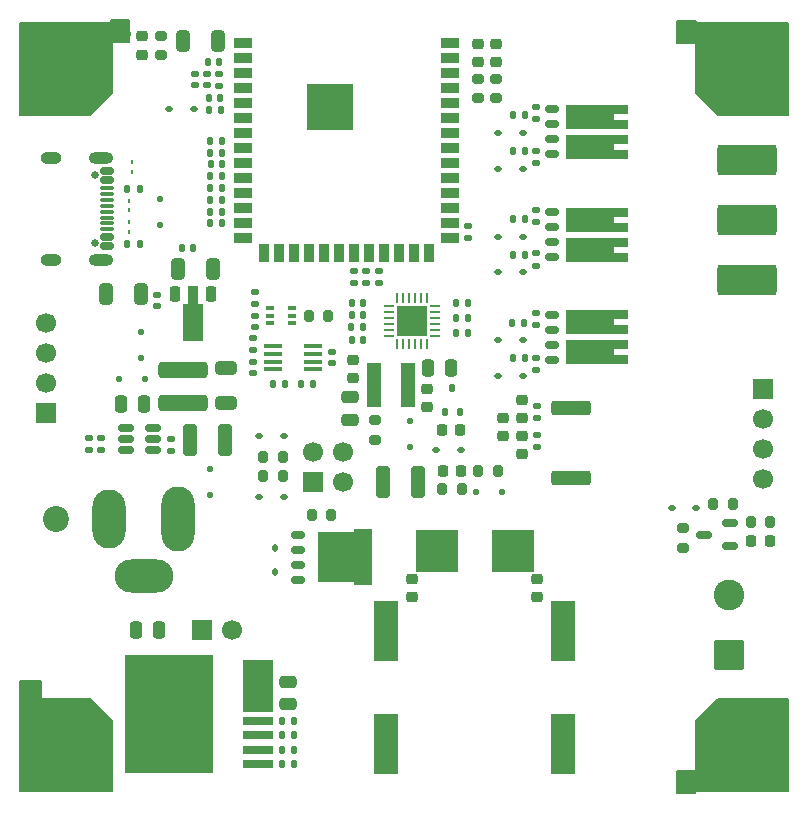
<source format=gbr>
%TF.GenerationSoftware,KiCad,Pcbnew,9.0.6-9.0.6~ubuntu24.04.1*%
%TF.CreationDate,2025-12-14T15:25:01+01:00*%
%TF.ProjectId,MCM-81349,4d434d2d-3831-4333-9439-2e6b69636164,rev?*%
%TF.SameCoordinates,Original*%
%TF.FileFunction,Soldermask,Top*%
%TF.FilePolarity,Negative*%
%FSLAX46Y46*%
G04 Gerber Fmt 4.6, Leading zero omitted, Abs format (unit mm)*
G04 Created by KiCad (PCBNEW 9.0.6-9.0.6~ubuntu24.04.1) date 2025-12-14 15:25:01*
%MOMM*%
%LPD*%
G01*
G04 APERTURE LIST*
G04 Aperture macros list*
%AMRoundRect*
0 Rectangle with rounded corners*
0 $1 Rounding radius*
0 $2 $3 $4 $5 $6 $7 $8 $9 X,Y pos of 4 corners*
0 Add a 4 corners polygon primitive as box body*
4,1,4,$2,$3,$4,$5,$6,$7,$8,$9,$2,$3,0*
0 Add four circle primitives for the rounded corners*
1,1,$1+$1,$2,$3*
1,1,$1+$1,$4,$5*
1,1,$1+$1,$6,$7*
1,1,$1+$1,$8,$9*
0 Add four rect primitives between the rounded corners*
20,1,$1+$1,$2,$3,$4,$5,0*
20,1,$1+$1,$4,$5,$6,$7,0*
20,1,$1+$1,$6,$7,$8,$9,0*
20,1,$1+$1,$8,$9,$2,$3,0*%
%AMFreePoly0*
4,1,9,3.862500,-0.866500,0.737500,-0.866500,0.737500,-0.450000,-0.737500,-0.450000,-0.737500,0.450000,0.737500,0.450000,0.737500,0.866500,3.862500,0.866500,3.862500,-0.866500,3.862500,-0.866500,$1*%
%AMFreePoly1*
4,1,9,3.250000,0.285000,2.050000,0.285000,2.050000,-0.285000,3.250000,-0.285000,3.250000,-0.985000,-2.050000,-0.985000,-2.050000,0.985000,3.250000,0.985000,3.250000,0.285000,3.250000,0.285000,$1*%
%AMFreePoly2*
4,1,9,2.975000,-2.350000,1.425000,-2.350000,1.425000,-2.100000,-1.650000,-2.100000,-1.650000,2.100000,1.425000,2.100000,1.425000,2.350000,2.975000,2.350000,2.975000,-2.350000,2.975000,-2.350000,$1*%
G04 Aperture macros list end*
%ADD10C,0.150000*%
%ADD11RoundRect,0.112500X-0.187500X-0.112500X0.187500X-0.112500X0.187500X0.112500X-0.187500X0.112500X0*%
%ADD12RoundRect,0.200000X-0.275000X0.200000X-0.275000X-0.200000X0.275000X-0.200000X0.275000X0.200000X0*%
%ADD13RoundRect,0.112500X0.187500X0.112500X-0.187500X0.112500X-0.187500X-0.112500X0.187500X-0.112500X0*%
%ADD14RoundRect,0.135000X0.185000X-0.135000X0.185000X0.135000X-0.185000X0.135000X-0.185000X-0.135000X0*%
%ADD15RoundRect,0.135000X-0.135000X-0.185000X0.135000X-0.185000X0.135000X0.185000X-0.135000X0.185000X0*%
%ADD16RoundRect,0.250000X0.325000X1.100000X-0.325000X1.100000X-0.325000X-1.100000X0.325000X-1.100000X0*%
%ADD17RoundRect,0.200000X0.275000X-0.200000X0.275000X0.200000X-0.275000X0.200000X-0.275000X-0.200000X0*%
%ADD18C,1.500000*%
%ADD19RoundRect,0.225000X0.250000X-0.225000X0.250000X0.225000X-0.250000X0.225000X-0.250000X-0.225000X0*%
%ADD20R,2.600000X0.800000*%
%ADD21R,2.600000X4.400000*%
%ADD22R,7.410000X10.000000*%
%ADD23R,2.108200X5.156200*%
%ADD24RoundRect,0.218750X-0.256250X0.218750X-0.256250X-0.218750X0.256250X-0.218750X0.256250X0.218750X0*%
%ADD25RoundRect,0.218750X0.256250X-0.218750X0.256250X0.218750X-0.256250X0.218750X-0.256250X-0.218750X0*%
%ADD26R,1.700000X1.700000*%
%ADD27C,1.700000*%
%ADD28R,1.600000X0.300000*%
%ADD29RoundRect,0.135000X0.135000X0.185000X-0.135000X0.185000X-0.135000X-0.185000X0.135000X-0.185000X0*%
%ADD30RoundRect,0.200000X0.200000X0.275000X-0.200000X0.275000X-0.200000X-0.275000X0.200000X-0.275000X0*%
%ADD31RoundRect,0.112500X0.112500X-0.187500X0.112500X0.187500X-0.112500X0.187500X-0.112500X-0.187500X0*%
%ADD32RoundRect,0.225000X-0.250000X0.225000X-0.250000X-0.225000X0.250000X-0.225000X0.250000X0.225000X0*%
%ADD33RoundRect,0.250000X2.250000X-1.050000X2.250000X1.050000X-2.250000X1.050000X-2.250000X-1.050000X0*%
%ADD34RoundRect,0.125000X-0.125000X0.125000X-0.125000X-0.125000X0.125000X-0.125000X0.125000X0.125000X0*%
%ADD35RoundRect,0.200000X-0.200000X-0.275000X0.200000X-0.275000X0.200000X0.275000X-0.200000X0.275000X0*%
%ADD36RoundRect,0.140000X-0.140000X-0.170000X0.140000X-0.170000X0.140000X0.170000X-0.140000X0.170000X0*%
%ADD37RoundRect,0.062500X0.350000X0.062500X-0.350000X0.062500X-0.350000X-0.062500X0.350000X-0.062500X0*%
%ADD38RoundRect,0.062500X0.062500X0.350000X-0.062500X0.350000X-0.062500X-0.350000X0.062500X-0.350000X0*%
%ADD39R,2.600000X2.600000*%
%ADD40RoundRect,0.250000X-0.475000X0.250000X-0.475000X-0.250000X0.475000X-0.250000X0.475000X0.250000X0*%
%ADD41RoundRect,0.135000X-0.185000X0.135000X-0.185000X-0.135000X0.185000X-0.135000X0.185000X0.135000X0*%
%ADD42RoundRect,0.140000X0.170000X-0.140000X0.170000X0.140000X-0.170000X0.140000X-0.170000X-0.140000X0*%
%ADD43RoundRect,0.140000X0.140000X0.170000X-0.140000X0.170000X-0.140000X-0.170000X0.140000X-0.170000X0*%
%ADD44RoundRect,0.250000X0.250000X0.475000X-0.250000X0.475000X-0.250000X-0.475000X0.250000X-0.475000X0*%
%ADD45RoundRect,0.225000X-0.225000X0.425000X-0.225000X-0.425000X0.225000X-0.425000X0.225000X0.425000X0*%
%ADD46FreePoly0,270.000000*%
%ADD47R,1.500000X0.900000*%
%ADD48R,0.900000X1.500000*%
%ADD49R,4.000000X4.000000*%
%ADD50C,0.650000*%
%ADD51RoundRect,0.150000X-0.425000X0.150000X-0.425000X-0.150000X0.425000X-0.150000X0.425000X0.150000X0*%
%ADD52RoundRect,0.075000X-0.500000X0.075000X-0.500000X-0.075000X0.500000X-0.075000X0.500000X0.075000X0*%
%ADD53O,2.100000X1.000000*%
%ADD54O,1.800000X1.000000*%
%ADD55RoundRect,0.125000X-0.125000X-0.125000X0.125000X-0.125000X0.125000X0.125000X-0.125000X0.125000X0*%
%ADD56RoundRect,0.250000X0.325000X0.650000X-0.325000X0.650000X-0.325000X-0.650000X0.325000X-0.650000X0*%
%ADD57RoundRect,0.250000X1.050000X-1.050000X1.050000X1.050000X-1.050000X1.050000X-1.050000X-1.050000X0*%
%ADD58C,2.600000*%
%ADD59R,3.600000X3.600000*%
%ADD60RoundRect,0.112500X-0.112500X-0.237500X0.112500X-0.237500X0.112500X0.237500X-0.112500X0.237500X0*%
%ADD61RoundRect,0.250000X-1.425000X0.362500X-1.425000X-0.362500X1.425000X-0.362500X1.425000X0.362500X0*%
%ADD62RoundRect,0.125000X0.125000X0.125000X-0.125000X0.125000X-0.125000X-0.125000X0.125000X-0.125000X0*%
%ADD63RoundRect,0.140000X-0.170000X0.140000X-0.170000X-0.140000X0.170000X-0.140000X0.170000X0.140000X0*%
%ADD64RoundRect,0.250000X-0.250000X-0.475000X0.250000X-0.475000X0.250000X0.475000X-0.250000X0.475000X0*%
%ADD65RoundRect,0.250000X-0.325000X-0.650000X0.325000X-0.650000X0.325000X0.650000X-0.325000X0.650000X0*%
%ADD66RoundRect,0.062500X-0.062500X0.117500X-0.062500X-0.117500X0.062500X-0.117500X0.062500X0.117500X0*%
%ADD67RoundRect,0.175000X-0.400000X0.175000X-0.400000X-0.175000X0.400000X-0.175000X0.400000X0.175000X0*%
%ADD68FreePoly1,0.000000*%
%ADD69RoundRect,0.100000X-0.225000X-0.100000X0.225000X-0.100000X0.225000X0.100000X-0.225000X0.100000X0*%
%ADD70RoundRect,0.062500X0.062500X-0.117500X0.062500X0.117500X-0.062500X0.117500X-0.062500X-0.117500X0*%
%ADD71RoundRect,0.350000X1.750000X0.350000X-1.750000X0.350000X-1.750000X-0.350000X1.750000X-0.350000X0*%
%ADD72RoundRect,0.150000X-0.512500X-0.150000X0.512500X-0.150000X0.512500X0.150000X-0.512500X0.150000X0*%
%ADD73RoundRect,0.250000X-0.650000X0.325000X-0.650000X-0.325000X0.650000X-0.325000X0.650000X0.325000X0*%
%ADD74RoundRect,0.150000X0.512500X0.150000X-0.512500X0.150000X-0.512500X-0.150000X0.512500X-0.150000X0*%
%ADD75FreePoly2,0.000000*%
%ADD76RoundRect,0.225000X-0.225000X-0.250000X0.225000X-0.250000X0.225000X0.250000X-0.225000X0.250000X0*%
%ADD77R,1.200000X3.700000*%
%ADD78RoundRect,0.218750X-0.218750X-0.256250X0.218750X-0.256250X0.218750X0.256250X-0.218750X0.256250X0*%
%ADD79C,2.200000*%
%ADD80RoundRect,1.400000X-0.000010X1.350000X-0.000010X-1.350000X0.000010X-1.350000X0.000010X1.350000X0*%
%ADD81RoundRect,1.400000X-0.000010X1.100000X-0.000010X-1.100000X0.000010X-1.100000X0.000010X1.100000X0*%
%ADD82RoundRect,1.400000X-1.100000X-0.000010X1.100000X-0.000010X1.100000X0.000010X-1.100000X0.000010X0*%
%ADD83RoundRect,0.125000X0.125000X-0.125000X0.125000X0.125000X-0.125000X0.125000X-0.125000X-0.125000X0*%
%ADD84RoundRect,0.250000X-0.325000X-1.100000X0.325000X-1.100000X0.325000X1.100000X-0.325000X1.100000X0*%
G04 APERTURE END LIST*
D10*
X67750000Y-50900000D02*
X65900000Y-52750000D01*
X60000000Y-52750000D01*
X60000000Y-45000000D01*
X67750000Y-45000000D01*
X67750000Y-50900000D01*
G36*
X67750000Y-50900000D02*
G01*
X65900000Y-52750000D01*
X60000000Y-52750000D01*
X60000000Y-45000000D01*
X67750000Y-45000000D01*
X67750000Y-50900000D01*
G37*
X60000000Y-100700000D02*
X61800000Y-100700000D01*
X61800000Y-102150000D01*
X60000000Y-102150000D01*
X60000000Y-100700000D01*
G36*
X60000000Y-100700000D02*
G01*
X61800000Y-100700000D01*
X61800000Y-102150000D01*
X60000000Y-102150000D01*
X60000000Y-100700000D01*
G37*
X67675000Y-44750000D02*
X69225000Y-44750000D01*
X69225000Y-46550000D01*
X67675000Y-46550000D01*
X67675000Y-44750000D01*
G36*
X67675000Y-44750000D02*
G01*
X69225000Y-44750000D01*
X69225000Y-46550000D01*
X67675000Y-46550000D01*
X67675000Y-44750000D01*
G37*
X125000000Y-110000000D02*
X117250000Y-110000000D01*
X117250000Y-104100000D01*
X119100000Y-102250000D01*
X125000000Y-102250000D01*
X125000000Y-110000000D01*
G36*
X125000000Y-110000000D02*
G01*
X117250000Y-110000000D01*
X117250000Y-104100000D01*
X119100000Y-102250000D01*
X125000000Y-102250000D01*
X125000000Y-110000000D01*
G37*
X115650000Y-44850000D02*
X117200000Y-44850000D01*
X117200000Y-46650000D01*
X115650000Y-46650000D01*
X115650000Y-44850000D01*
G36*
X115650000Y-44850000D02*
G01*
X117200000Y-44850000D01*
X117200000Y-46650000D01*
X115650000Y-46650000D01*
X115650000Y-44850000D01*
G37*
X115650000Y-108350000D02*
X117150000Y-108350000D01*
X117150000Y-110150000D01*
X115650000Y-110150000D01*
X115650000Y-108350000D01*
G36*
X115650000Y-108350000D02*
G01*
X117150000Y-108350000D01*
X117150000Y-110150000D01*
X115650000Y-110150000D01*
X115650000Y-108350000D01*
G37*
X67750000Y-104100000D02*
X67750000Y-110000000D01*
X60000000Y-110000000D01*
X60000000Y-102250000D01*
X65900000Y-102250000D01*
X67750000Y-104100000D01*
G36*
X67750000Y-104100000D02*
G01*
X67750000Y-110000000D01*
X60000000Y-110000000D01*
X60000000Y-102250000D01*
X65900000Y-102250000D01*
X67750000Y-104100000D01*
G37*
X125000000Y-52750000D02*
X119100000Y-52750000D01*
X117250000Y-50900000D01*
X117250000Y-45000000D01*
X125000000Y-45000000D01*
X125000000Y-52750000D01*
G36*
X125000000Y-52750000D02*
G01*
X119100000Y-52750000D01*
X117250000Y-50900000D01*
X117250000Y-45000000D01*
X125000000Y-45000000D01*
X125000000Y-52750000D01*
G37*
D11*
%TO.C,D6*%
X100450000Y-63100000D03*
X102550000Y-63100000D03*
%TD*%
D12*
%TO.C,R12*%
X90050000Y-78625000D03*
X90050000Y-80275000D03*
%TD*%
D11*
%TO.C,D20*%
X100450000Y-57300000D03*
X102550000Y-57300000D03*
%TD*%
D13*
%TO.C,D4*%
X74700000Y-52300000D03*
X72600000Y-52300000D03*
%TD*%
D14*
%TO.C,R48*%
X103800000Y-78410000D03*
X103800000Y-77390000D03*
%TD*%
D15*
%TO.C,R45*%
X101690000Y-64600000D03*
X102710000Y-64600000D03*
%TD*%
D14*
%TO.C,R4*%
X66850000Y-81160000D03*
X66850000Y-80140000D03*
%TD*%
%TO.C,R36*%
X103700000Y-56800000D03*
X103700000Y-55780000D03*
%TD*%
D16*
%TO.C,C21*%
X93675000Y-83800000D03*
X90725000Y-83800000D03*
%TD*%
D17*
%TO.C,R58*%
X116100000Y-89425000D03*
X116100000Y-87775000D03*
%TD*%
D18*
%TO.C,FID4*%
X68600000Y-45900000D03*
%TD*%
D19*
%TO.C,C23*%
X88150000Y-75075000D03*
X88150000Y-73525000D03*
%TD*%
D20*
%TO.C,U7*%
X80135000Y-107700000D03*
X80135000Y-106500000D03*
X80135000Y-105300000D03*
X80135000Y-104100000D03*
D21*
X80135000Y-101100000D03*
D22*
X72600000Y-103500000D03*
%TD*%
D23*
%TO.C,C32*%
X90990000Y-96429800D03*
X90990000Y-105980200D03*
%TD*%
D24*
%TO.C,D10*%
X98780610Y-46742990D03*
X98780610Y-48317990D03*
%TD*%
D15*
%TO.C,R43*%
X101690000Y-61600000D03*
X102710000Y-61600000D03*
%TD*%
%TO.C,R20*%
X83790000Y-75555000D03*
X84810000Y-75555000D03*
%TD*%
D25*
%TO.C,D1*%
X70350000Y-47687500D03*
X70350000Y-46112500D03*
%TD*%
D15*
%TO.C,R24*%
X76080000Y-57950000D03*
X77100000Y-57950000D03*
%TD*%
D26*
%TO.C,J1*%
X62150000Y-78000000D03*
D27*
X62150000Y-75460000D03*
X62150000Y-72920000D03*
X62150000Y-70380000D03*
%TD*%
D26*
%TO.C,J7*%
X122900000Y-76000000D03*
D27*
X122900000Y-78540000D03*
X122900000Y-81080000D03*
X122900000Y-83620000D03*
%TD*%
D28*
%TO.C,U6*%
X84800000Y-74300000D03*
X84800000Y-73650000D03*
X84800000Y-73000000D03*
X84800000Y-72350000D03*
X81400000Y-72350000D03*
X81400000Y-73000000D03*
X81400000Y-73650000D03*
X81400000Y-74300000D03*
%TD*%
D15*
%TO.C,R40*%
X96890000Y-68700000D03*
X97910000Y-68700000D03*
%TD*%
%TO.C,R49*%
X101640000Y-70350000D03*
X102660000Y-70350000D03*
%TD*%
D29*
%TO.C,R27*%
X77100000Y-60950000D03*
X76080000Y-60950000D03*
%TD*%
D30*
%TO.C,R29*%
X97375000Y-84450000D03*
X95725000Y-84450000D03*
%TD*%
D31*
%TO.C,D16*%
X81600000Y-91500000D03*
X81600000Y-89400000D03*
%TD*%
D32*
%TO.C,C28*%
X102500000Y-79925000D03*
X102500000Y-81475000D03*
%TD*%
%TO.C,C31*%
X103800000Y-92025000D03*
X103800000Y-93575000D03*
%TD*%
D33*
%TO.C,J8*%
X121500000Y-66700000D03*
X121500000Y-61620000D03*
X121500000Y-56540000D03*
%TD*%
D34*
%TO.C,D9*%
X76100000Y-82700000D03*
X76100000Y-84900000D03*
%TD*%
D15*
%TO.C,R41*%
X69090000Y-59050000D03*
X70110000Y-59050000D03*
%TD*%
D35*
%TO.C,R57*%
X118675000Y-85700000D03*
X120325000Y-85700000D03*
%TD*%
D14*
%TO.C,R38*%
X103700000Y-53110000D03*
X103700000Y-52090000D03*
%TD*%
D36*
%TO.C,C4*%
X76120000Y-56950000D03*
X77080000Y-56950000D03*
%TD*%
D37*
%TO.C,U4*%
X95137500Y-71450000D03*
X95137500Y-70950000D03*
X95137500Y-70450000D03*
X95137500Y-69950000D03*
X95137500Y-69450000D03*
X95137500Y-68950000D03*
D38*
X94450000Y-68262500D03*
X93950000Y-68262500D03*
X93450000Y-68262500D03*
X92950000Y-68262500D03*
X92450000Y-68262500D03*
X91950000Y-68262500D03*
D37*
X91262500Y-68950000D03*
X91262500Y-69450000D03*
X91262500Y-69950000D03*
X91262500Y-70450000D03*
X91262500Y-70950000D03*
X91262500Y-71450000D03*
D38*
X91950000Y-72137500D03*
X92450000Y-72137500D03*
X92950000Y-72137500D03*
X93450000Y-72137500D03*
X93950000Y-72137500D03*
X94450000Y-72137500D03*
D39*
X93200000Y-70200000D03*
%TD*%
D40*
%TO.C,C18*%
X82645000Y-100750000D03*
X82645000Y-102650000D03*
%TD*%
D15*
%TO.C,R50*%
X96890000Y-71200000D03*
X97910000Y-71200000D03*
%TD*%
D23*
%TO.C,C30*%
X105990000Y-96429800D03*
X105990000Y-105980200D03*
%TD*%
D41*
%TO.C,R54*%
X103800000Y-79890000D03*
X103800000Y-80910000D03*
%TD*%
D14*
%TO.C,R13*%
X97950000Y-63220000D03*
X97950000Y-62200000D03*
%TD*%
D42*
%TO.C,C17*%
X74836800Y-50250000D03*
X74836800Y-49290000D03*
%TD*%
D32*
%TO.C,C26*%
X100900000Y-78425000D03*
X100900000Y-79975000D03*
%TD*%
D11*
%TO.C,D22*%
X100450000Y-74830000D03*
X102550000Y-74830000D03*
%TD*%
D40*
%TO.C,C20*%
X87900000Y-76650000D03*
X87900000Y-78550000D03*
%TD*%
D29*
%TO.C,R25*%
X77100000Y-59950000D03*
X76080000Y-59950000D03*
%TD*%
D18*
%TO.C,FID1*%
X116400000Y-45900000D03*
%TD*%
D11*
%TO.C,D18*%
X80200000Y-85150000D03*
X82300000Y-85150000D03*
%TD*%
D43*
%TO.C,C13*%
X76840800Y-48238000D03*
X75880800Y-48238000D03*
%TD*%
D44*
%TO.C,C36*%
X96450000Y-74150000D03*
X94550000Y-74150000D03*
%TD*%
D45*
%TO.C,U1*%
X76150000Y-67960900D03*
D46*
X74650000Y-68048400D03*
D45*
X73150000Y-67960900D03*
%TD*%
D15*
%TO.C,R31*%
X101700000Y-55800000D03*
X102720000Y-55800000D03*
%TD*%
D30*
%TO.C,R28*%
X82225000Y-83350000D03*
X80575000Y-83350000D03*
%TD*%
D15*
%TO.C,R22*%
X76090000Y-55950000D03*
X77110000Y-55950000D03*
%TD*%
D12*
%TO.C,R1*%
X71950000Y-46075000D03*
X71950000Y-47725000D03*
%TD*%
D18*
%TO.C,FID2*%
X61050000Y-101450000D03*
%TD*%
D44*
%TO.C,C34*%
X71750000Y-96400000D03*
X69850000Y-96400000D03*
%TD*%
D47*
%TO.C,U5*%
X78882800Y-46706000D03*
X78882800Y-47976000D03*
X78882800Y-49246000D03*
X78882800Y-50516000D03*
X78882800Y-51786000D03*
X78882800Y-53056000D03*
X78882800Y-54326000D03*
X78882800Y-55596000D03*
X78882800Y-56866000D03*
X78882800Y-58136000D03*
X78882800Y-59406000D03*
X78882800Y-60676000D03*
X78882800Y-61946000D03*
X78882800Y-63216000D03*
D48*
X80647800Y-64466000D03*
X81917800Y-64466000D03*
X83187800Y-64466000D03*
X84457800Y-64466000D03*
X85727800Y-64466000D03*
X86997800Y-64466000D03*
X88267800Y-64466000D03*
X89537800Y-64466000D03*
X90807800Y-64466000D03*
X92077800Y-64466000D03*
X93347800Y-64466000D03*
X94617800Y-64466000D03*
D47*
X96382800Y-63216000D03*
X96382800Y-61946000D03*
X96382800Y-60676000D03*
X96382800Y-59406000D03*
X96382800Y-58136000D03*
X96382800Y-56866000D03*
X96382800Y-55596000D03*
X96382800Y-54326000D03*
X96382800Y-53056000D03*
X96382800Y-51786000D03*
X96382800Y-50516000D03*
X96382800Y-49246000D03*
X96382800Y-47976000D03*
X96382800Y-46706000D03*
D49*
X86272800Y-52056000D03*
%TD*%
D41*
%TO.C,R11*%
X76868800Y-49260000D03*
X76868800Y-50280000D03*
%TD*%
D50*
%TO.C,J5*%
X66305000Y-57810000D03*
X66305000Y-63590000D03*
D51*
X67380000Y-57500000D03*
X67380000Y-58300000D03*
D52*
X67380000Y-59450000D03*
X67380000Y-60450000D03*
X67380000Y-60950000D03*
X67380000Y-61950000D03*
D51*
X67380000Y-63100000D03*
X67380000Y-63900000D03*
X67380000Y-63900000D03*
X67380000Y-63100000D03*
D52*
X67380000Y-62450000D03*
X67380000Y-61450000D03*
X67380000Y-59950000D03*
X67380000Y-58950000D03*
D51*
X67380000Y-58300000D03*
X67380000Y-57500000D03*
D53*
X66805000Y-56380000D03*
D54*
X62625000Y-56380000D03*
D53*
X66805000Y-65020000D03*
D54*
X62625000Y-65020000D03*
%TD*%
D14*
%TO.C,R47*%
X103700000Y-65510000D03*
X103700000Y-64490000D03*
%TD*%
D32*
%TO.C,C33*%
X93200000Y-92025000D03*
X93200000Y-93575000D03*
%TD*%
D15*
%TO.C,R35*%
X88040000Y-70750000D03*
X89060000Y-70750000D03*
%TD*%
D14*
%TO.C,R46*%
X103700000Y-61810000D03*
X103700000Y-60790000D03*
%TD*%
D29*
%TO.C,R18*%
X82460000Y-75555000D03*
X81440000Y-75555000D03*
%TD*%
D11*
%TO.C,D19*%
X100450000Y-71850000D03*
X102550000Y-71850000D03*
%TD*%
D55*
%TO.C,D14*%
X98600000Y-84650000D03*
X100800000Y-84650000D03*
%TD*%
D56*
%TO.C,C15*%
X76718200Y-46468000D03*
X73768200Y-46468000D03*
%TD*%
D12*
%TO.C,R17*%
X100307010Y-49690490D03*
X100307010Y-51340490D03*
%TD*%
D41*
%TO.C,R15*%
X79750000Y-71665000D03*
X79750000Y-72685000D03*
%TD*%
D29*
%TO.C,R10*%
X83155000Y-107700000D03*
X82135000Y-107700000D03*
%TD*%
D26*
%TO.C,J2*%
X75425000Y-96400000D03*
D27*
X77965000Y-96400000D03*
%TD*%
D30*
%TO.C,R56*%
X100425000Y-82900000D03*
X98775000Y-82900000D03*
%TD*%
D41*
%TO.C,R33*%
X89300000Y-65940000D03*
X89300000Y-66960000D03*
%TD*%
D30*
%TO.C,R30*%
X82225000Y-81750000D03*
X80575000Y-81750000D03*
%TD*%
D57*
%TO.C,J9*%
X120000000Y-98500000D03*
D58*
X120000000Y-93420000D03*
%TD*%
D34*
%TO.C,D3*%
X70250000Y-71150000D03*
X70250000Y-73350000D03*
%TD*%
D41*
%TO.C,R32*%
X88250000Y-65940000D03*
X88250000Y-66960000D03*
%TD*%
D14*
%TO.C,R52*%
X103700000Y-70540000D03*
X103700000Y-69520000D03*
%TD*%
D59*
%TO.C,L3*%
X95290000Y-89705000D03*
X101690000Y-89705000D03*
%TD*%
D60*
%TO.C,D27*%
X95950000Y-77900000D03*
X97250000Y-77900000D03*
X96600000Y-75900000D03*
%TD*%
D29*
%TO.C,R8*%
X83155000Y-104095000D03*
X82135000Y-104095000D03*
%TD*%
D19*
%TO.C,C27*%
X102500000Y-78415000D03*
X102500000Y-76865000D03*
%TD*%
D14*
%TO.C,R53*%
X103700000Y-74340000D03*
X103700000Y-73320000D03*
%TD*%
D61*
%TO.C,R39*%
X106650000Y-77550000D03*
X106650000Y-83475000D03*
%TD*%
D62*
%TO.C,D2*%
X70606000Y-75114000D03*
X68406000Y-75114000D03*
%TD*%
D63*
%TO.C,C2*%
X71600000Y-67970000D03*
X71600000Y-68930000D03*
%TD*%
D36*
%TO.C,C11*%
X76110000Y-58950000D03*
X77070000Y-58950000D03*
%TD*%
D29*
%TO.C,R23*%
X77100000Y-54950000D03*
X76080000Y-54950000D03*
%TD*%
D41*
%TO.C,R5*%
X65800000Y-80140000D03*
X65800000Y-81160000D03*
%TD*%
D64*
%TO.C,C7*%
X68566000Y-77215200D03*
X70466000Y-77215200D03*
%TD*%
D18*
%TO.C,FID3*%
X116400000Y-109100000D03*
%TD*%
D24*
%TO.C,D7*%
X100307010Y-46742990D03*
X100307010Y-48317990D03*
%TD*%
D15*
%TO.C,R44*%
X96890000Y-69950000D03*
X97910000Y-69950000D03*
%TD*%
D29*
%TO.C,R7*%
X83155000Y-105295000D03*
X82135000Y-105295000D03*
%TD*%
D34*
%TO.C,D15*%
X93050000Y-78650000D03*
X93050000Y-80850000D03*
%TD*%
D15*
%TO.C,R37*%
X101690000Y-52800000D03*
X102710000Y-52800000D03*
%TD*%
%TO.C,R9*%
X82135000Y-106500000D03*
X83155000Y-106500000D03*
%TD*%
D65*
%TO.C,C9*%
X73378200Y-65796100D03*
X76328200Y-65796100D03*
%TD*%
D66*
%TO.C,D13*%
X69500000Y-57620000D03*
X69500000Y-56780000D03*
%TD*%
D56*
%TO.C,C3*%
X70225000Y-67950000D03*
X67275000Y-67950000D03*
%TD*%
D30*
%TO.C,R14*%
X123525000Y-87200000D03*
X121875000Y-87200000D03*
%TD*%
D36*
%TO.C,C6*%
X73670000Y-64050000D03*
X74630000Y-64050000D03*
%TD*%
D67*
%TO.C,Q1*%
X105025000Y-52295000D03*
X105025000Y-53565000D03*
X105025000Y-54835000D03*
X105025000Y-56105000D03*
D68*
X108250000Y-55470000D03*
X108250000Y-52930000D03*
%TD*%
D13*
%TO.C,D17*%
X82300000Y-79950000D03*
X80200000Y-79950000D03*
%TD*%
D63*
%TO.C,C8*%
X79907500Y-69752500D03*
X79907500Y-70712500D03*
%TD*%
D69*
%TO.C,U3*%
X81150000Y-69100000D03*
X81150000Y-69750000D03*
X81150000Y-70400000D03*
X83050000Y-70400000D03*
X83050000Y-69750000D03*
X83050000Y-69100000D03*
%TD*%
D29*
%TO.C,R6*%
X76972400Y-52310000D03*
X75952400Y-52310000D03*
%TD*%
D26*
%TO.C,J11*%
X84775000Y-83825000D03*
D27*
X84775000Y-81285000D03*
X87315000Y-83825000D03*
X87315000Y-81285000D03*
%TD*%
D41*
%TO.C,R34*%
X90350000Y-65940000D03*
X90350000Y-66960000D03*
%TD*%
D67*
%TO.C,Q3*%
X105025000Y-69695000D03*
X105025000Y-70965000D03*
X105025000Y-72235000D03*
X105025000Y-73505000D03*
D68*
X108250000Y-72870000D03*
X108250000Y-70330000D03*
%TD*%
D43*
%TO.C,C22*%
X89030000Y-68650000D03*
X88070000Y-68650000D03*
%TD*%
D70*
%TO.C,D11*%
X69250000Y-61860000D03*
X69250000Y-62700000D03*
%TD*%
D12*
%TO.C,R19*%
X98780610Y-49690490D03*
X98780610Y-51340490D03*
%TD*%
D71*
%TO.C,L1*%
X73798600Y-77115200D03*
X73798600Y-74315200D03*
%TD*%
D15*
%TO.C,R51*%
X101690000Y-73330000D03*
X102710000Y-73330000D03*
%TD*%
D43*
%TO.C,C12*%
X76942400Y-51294000D03*
X75982400Y-51294000D03*
%TD*%
D66*
%TO.C,D12*%
X69250000Y-60850000D03*
X69250000Y-60010000D03*
%TD*%
D43*
%TO.C,C25*%
X89030000Y-71800000D03*
X88070000Y-71800000D03*
%TD*%
D13*
%TO.C,D5*%
X117250000Y-86000000D03*
X115150000Y-86000000D03*
%TD*%
D14*
%TO.C,R2*%
X72808000Y-81212000D03*
X72808000Y-80192000D03*
%TD*%
D72*
%TO.C,U2*%
X69003500Y-79244000D03*
X69003500Y-80194000D03*
X69003500Y-81144000D03*
X71278500Y-81144000D03*
X71278500Y-80194000D03*
X71278500Y-79244000D03*
%TD*%
D73*
%TO.C,C10*%
X77450000Y-74225000D03*
X77450000Y-77175000D03*
%TD*%
D74*
%TO.C,Q8*%
X120137500Y-89250000D03*
X120137500Y-87350000D03*
X117862500Y-88300000D03*
%TD*%
D67*
%TO.C,U8*%
X83520000Y-88295000D03*
X83520000Y-89565000D03*
X83520000Y-90845000D03*
X83520000Y-92115000D03*
D75*
X86790000Y-90205000D03*
%TD*%
D76*
%TO.C,C37*%
X95725000Y-79400000D03*
X97275000Y-79400000D03*
%TD*%
D11*
%TO.C,D24*%
X100450000Y-54300000D03*
X102550000Y-54300000D03*
%TD*%
%TO.C,D21*%
X100450000Y-66100000D03*
X102550000Y-66100000D03*
%TD*%
D43*
%TO.C,C29*%
X89030000Y-69700000D03*
X88070000Y-69700000D03*
%TD*%
D63*
%TO.C,C14*%
X79750000Y-73645000D03*
X79750000Y-74605000D03*
%TD*%
D77*
%TO.C,L2*%
X90000000Y-75601000D03*
X92800000Y-75601000D03*
%TD*%
D13*
%TO.C,D25*%
X97300000Y-81150000D03*
X95200000Y-81150000D03*
%TD*%
D15*
%TO.C,R26*%
X76080000Y-61950000D03*
X77100000Y-61950000D03*
%TD*%
D63*
%TO.C,C5*%
X86400000Y-72820000D03*
X86400000Y-73780000D03*
%TD*%
D78*
%TO.C,D26*%
X121912500Y-88800000D03*
X123487500Y-88800000D03*
%TD*%
D63*
%TO.C,C16*%
X75852800Y-49290000D03*
X75852800Y-50250000D03*
%TD*%
D79*
%TO.C,J10*%
X63000000Y-87000000D03*
D80*
X73400000Y-87000000D03*
D81*
X67500000Y-87000000D03*
D82*
X70500000Y-91800000D03*
%TD*%
D41*
%TO.C,R3*%
X79900000Y-67740000D03*
X79900000Y-68760000D03*
%TD*%
D15*
%TO.C,R42*%
X69090000Y-63650000D03*
X70110000Y-63650000D03*
%TD*%
D76*
%TO.C,C35*%
X95775000Y-82900000D03*
X97325000Y-82900000D03*
%TD*%
D83*
%TO.C,D8*%
X71800000Y-62100000D03*
X71800000Y-59900000D03*
%TD*%
D35*
%TO.C,R16*%
X84425000Y-69750000D03*
X86075000Y-69750000D03*
%TD*%
D30*
%TO.C,R55*%
X86325000Y-86600000D03*
X84675000Y-86600000D03*
%TD*%
D67*
%TO.C,Q2*%
X105025000Y-60995000D03*
X105025000Y-62265000D03*
X105025000Y-63535000D03*
X105025000Y-64805000D03*
D68*
X108250000Y-64170000D03*
X108250000Y-61630000D03*
%TD*%
D84*
%TO.C,C1*%
X74375000Y-80300000D03*
X77325000Y-80300000D03*
%TD*%
D32*
%TO.C,C24*%
X94450000Y-75925000D03*
X94450000Y-77475000D03*
%TD*%
M02*

</source>
